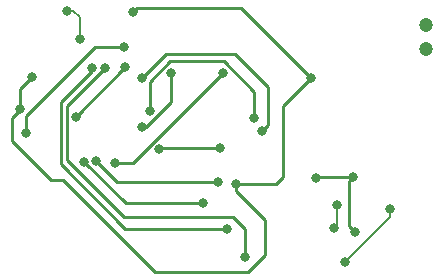
<source format=gbr>
%TF.GenerationSoftware,KiCad,Pcbnew,7.0.9*%
%TF.CreationDate,2024-05-05T23:36:38+02:00*%
%TF.ProjectId,esp32_c3_custom_board,65737033-325f-4633-935f-637573746f6d,rev?*%
%TF.SameCoordinates,Original*%
%TF.FileFunction,Copper,L2,Bot*%
%TF.FilePolarity,Positive*%
%FSLAX46Y46*%
G04 Gerber Fmt 4.6, Leading zero omitted, Abs format (unit mm)*
G04 Created by KiCad (PCBNEW 7.0.9) date 2024-05-05 23:36:38*
%MOMM*%
%LPD*%
G01*
G04 APERTURE LIST*
%TA.AperFunction,ComponentPad*%
%ADD10C,1.200000*%
%TD*%
%TA.AperFunction,ViaPad*%
%ADD11C,0.800000*%
%TD*%
%TA.AperFunction,Conductor*%
%ADD12C,0.250000*%
%TD*%
%TA.AperFunction,Conductor*%
%ADD13C,0.200000*%
%TD*%
G04 APERTURE END LIST*
D10*
%TO.P,JST1,1,V+*%
%TO.N,Net-(IC3-EN)*%
X154787600Y-134416800D03*
%TO.P,JST1,2,V-*%
%TO.N,GND*%
X154787600Y-136416800D03*
%TD*%
D11*
%TO.N,+3.3V*%
X121412000Y-138836400D03*
X120396000Y-141478000D03*
%TO.N,/SCL*%
X125868301Y-145962499D03*
X135940800Y-149504400D03*
%TO.N,/SDA*%
X137210800Y-147726400D03*
X126878800Y-145948400D03*
%TO.N,Net-(IC1-GPIO18)*%
X127609600Y-138023600D03*
X139446000Y-154025600D03*
%TO.N,Net-(IC1-GPIO19)*%
X126492000Y-138023600D03*
X137972800Y-151638000D03*
%TO.N,+3.3V*%
X138734800Y-147878800D03*
X129997200Y-133299200D03*
X145034000Y-138887200D03*
%TO.N,Net-(IC1-CHIP_EN)*%
X120904000Y-143560800D03*
X129235200Y-136245600D03*
%TO.N,/SPI_HD*%
X137363200Y-144830800D03*
X132211299Y-144860499D03*
%TO.N,/SPI_D*%
X140868400Y-143408400D03*
X130770061Y-138866805D03*
%TO.N,/SPI_CLK*%
X140258800Y-142290800D03*
X131415301Y-141676901D03*
%TO.N,/VDD_SPI*%
X137617200Y-138430000D03*
X128473200Y-146050000D03*
%TO.N,/SPI_CS*%
X130759200Y-143002000D03*
X133197600Y-138480800D03*
%TO.N,VBUS*%
X145491200Y-147320000D03*
%TO.N,/XTAL_N*%
X124409200Y-133197600D03*
X125476000Y-135585200D03*
%TO.N,GND*%
X129336800Y-137972800D03*
X125120400Y-142189200D03*
%TO.N,/USB_DP_1*%
X147015200Y-151569700D03*
X147218400Y-149656800D03*
%TO.N,/USB_DN_1*%
X151739600Y-149961600D03*
X147929600Y-154432000D03*
%TO.N,VBUS*%
X148590000Y-147269200D03*
X148793200Y-151942800D03*
%TD*%
D12*
%TO.N,+3.3V*%
X138734800Y-148437600D02*
X138734800Y-147878800D01*
X141173200Y-150876000D02*
X138734800Y-148437600D01*
X141173200Y-153873200D02*
X141173200Y-150876000D01*
X139750800Y-155295600D02*
X141173200Y-153873200D01*
X131826000Y-155295600D02*
X139750800Y-155295600D01*
X124053600Y-147523200D02*
X131826000Y-155295600D01*
X123037600Y-147523200D02*
X124053600Y-147523200D01*
X119735600Y-144221200D02*
X123037600Y-147523200D01*
X119735600Y-142290800D02*
X119735600Y-144221200D01*
X120396000Y-141630400D02*
X119735600Y-142290800D01*
X120396000Y-141478000D02*
X120396000Y-141630400D01*
X120396000Y-139852400D02*
X121412000Y-138836400D01*
X120396000Y-141478000D02*
X120396000Y-139852400D01*
%TO.N,/SDA*%
X128656800Y-147726400D02*
X137210800Y-147726400D01*
X126878800Y-145948400D02*
X128656800Y-147726400D01*
%TO.N,/SCL*%
X125868301Y-145962499D02*
X129410202Y-149504400D01*
X129410202Y-149504400D02*
X135940800Y-149504400D01*
%TO.N,GND*%
X125120400Y-142189200D02*
X129336800Y-137972800D01*
%TO.N,+3.3V*%
X142697200Y-141224000D02*
X145034000Y-138887200D01*
X138734800Y-147878800D02*
X142087600Y-147878800D01*
X142697200Y-147269200D02*
X142697200Y-141224000D01*
X142087600Y-147878800D02*
X142697200Y-147269200D01*
%TO.N,Net-(IC1-GPIO18)*%
X124395400Y-141237800D02*
X127609600Y-138023600D01*
X138430000Y-150672800D02*
X129235200Y-150672800D01*
X129235200Y-150672800D02*
X124395400Y-145833000D01*
X124395400Y-145833000D02*
X124395400Y-141237800D01*
X139446000Y-151688800D02*
X138430000Y-150672800D01*
X139446000Y-154025600D02*
X139446000Y-151688800D01*
%TO.N,Net-(IC1-GPIO19)*%
X126492000Y-138277600D02*
X126492000Y-138023600D01*
X123850400Y-140919200D02*
X126492000Y-138277600D01*
X129336800Y-151638000D02*
X123850400Y-146151600D01*
X123850400Y-146151600D02*
X123850400Y-140919200D01*
X137972800Y-151638000D02*
X129336800Y-151638000D01*
%TO.N,Net-(IC1-CHIP_EN)*%
X120904000Y-142138400D02*
X120904000Y-143560800D01*
X126796800Y-136245600D02*
X120904000Y-142138400D01*
X129235200Y-136245600D02*
X126796800Y-136245600D01*
%TO.N,+3.3V*%
X131064000Y-132943600D02*
X130352800Y-132943600D01*
X145034000Y-138887200D02*
X139090400Y-132943600D01*
X130352800Y-132943600D02*
X129997200Y-133299200D01*
X139090400Y-132943600D02*
X131064000Y-132943600D01*
%TO.N,/SPI_CLK*%
X131415301Y-139196299D02*
X131415301Y-141676901D01*
X137677305Y-137464800D02*
X133146800Y-137464800D01*
X140258800Y-140046295D02*
X137677305Y-137464800D01*
X133146800Y-137464800D02*
X131415301Y-139196299D01*
X140258800Y-142290800D02*
X140258800Y-140046295D01*
%TO.N,/SPI_HD*%
X137363200Y-144830800D02*
X132240998Y-144830800D01*
X132240998Y-144830800D02*
X132211299Y-144860499D01*
%TO.N,/SPI_D*%
X141427200Y-142849600D02*
X140868400Y-143408400D01*
X141427200Y-142697200D02*
X141427200Y-142849600D01*
X141427200Y-139649200D02*
X141427200Y-142697200D01*
X138633200Y-136855200D02*
X141427200Y-139649200D01*
X130770061Y-138866805D02*
X132781666Y-136855200D01*
X132781666Y-136855200D02*
X138633200Y-136855200D01*
%TO.N,/SPI_CS*%
X131114800Y-143002000D02*
X130759200Y-143002000D01*
X133197600Y-140919200D02*
X131114800Y-143002000D01*
X133197600Y-138480800D02*
X133197600Y-140919200D01*
%TO.N,/VDD_SPI*%
X129997200Y-146050000D02*
X137617200Y-138430000D01*
X128473200Y-146050000D02*
X129997200Y-146050000D01*
%TO.N,VBUS*%
X145542000Y-147269200D02*
X145491200Y-147320000D01*
X148590000Y-147269200D02*
X145542000Y-147269200D01*
D13*
%TO.N,/XTAL_N*%
X124917200Y-133197600D02*
X124409200Y-133197600D01*
X125476000Y-133756400D02*
X124917200Y-133197600D01*
X125476000Y-135585200D02*
X125476000Y-133756400D01*
%TO.N,/USB_DP_1*%
X147218400Y-151366500D02*
X147015200Y-151569700D01*
X147218400Y-149656800D02*
X147218400Y-151366500D01*
%TO.N,/USB_DN_1*%
X151739600Y-150622000D02*
X147929600Y-154432000D01*
X151739600Y-149961600D02*
X151739600Y-150622000D01*
D12*
%TO.N,VBUS*%
X148285200Y-151434800D02*
X148793200Y-151942800D01*
X148590000Y-147269200D02*
X148285200Y-147574000D01*
X148285200Y-147574000D02*
X148285200Y-151434800D01*
%TD*%
M02*

</source>
